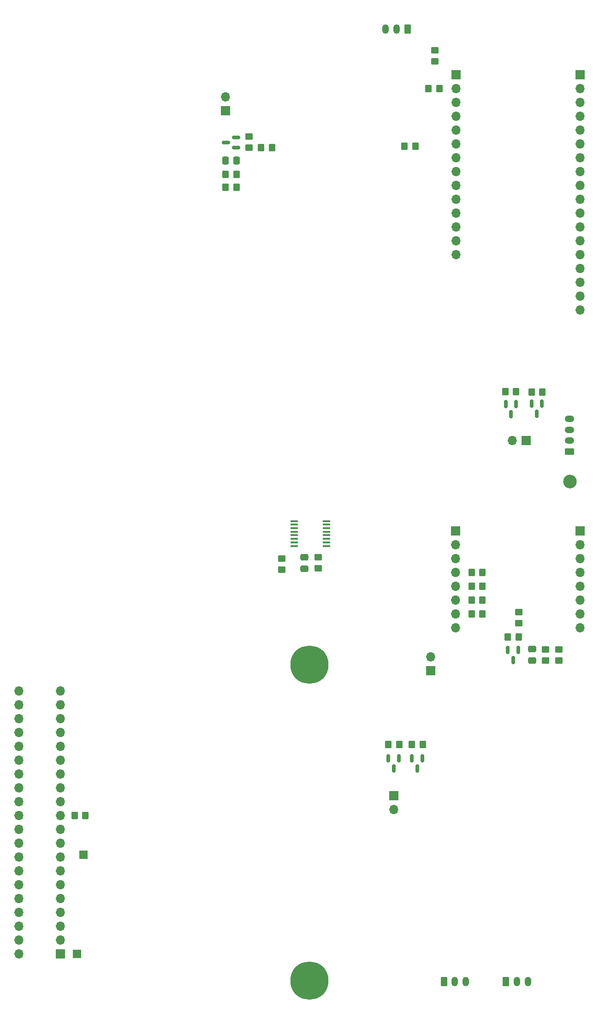
<source format=gbr>
%TF.GenerationSoftware,KiCad,Pcbnew,7.0.1*%
%TF.CreationDate,2023-12-13T20:39:25+01:00*%
%TF.ProjectId,big_pcb,6269675f-7063-4622-9e6b-696361645f70,rev?*%
%TF.SameCoordinates,Original*%
%TF.FileFunction,Soldermask,Top*%
%TF.FilePolarity,Negative*%
%FSLAX46Y46*%
G04 Gerber Fmt 4.6, Leading zero omitted, Abs format (unit mm)*
G04 Created by KiCad (PCBNEW 7.0.1) date 2023-12-13 20:39:25*
%MOMM*%
%LPD*%
G01*
G04 APERTURE LIST*
G04 Aperture macros list*
%AMRoundRect*
0 Rectangle with rounded corners*
0 $1 Rounding radius*
0 $2 $3 $4 $5 $6 $7 $8 $9 X,Y pos of 4 corners*
0 Add a 4 corners polygon primitive as box body*
4,1,4,$2,$3,$4,$5,$6,$7,$8,$9,$2,$3,0*
0 Add four circle primitives for the rounded corners*
1,1,$1+$1,$2,$3*
1,1,$1+$1,$4,$5*
1,1,$1+$1,$6,$7*
1,1,$1+$1,$8,$9*
0 Add four rect primitives between the rounded corners*
20,1,$1+$1,$2,$3,$4,$5,0*
20,1,$1+$1,$4,$5,$6,$7,0*
20,1,$1+$1,$6,$7,$8,$9,0*
20,1,$1+$1,$8,$9,$2,$3,0*%
G04 Aperture macros list end*
%ADD10RoundRect,0.250000X-0.337500X-0.475000X0.337500X-0.475000X0.337500X0.475000X-0.337500X0.475000X0*%
%ADD11RoundRect,0.250000X-0.350000X-0.450000X0.350000X-0.450000X0.350000X0.450000X-0.350000X0.450000X0*%
%ADD12RoundRect,0.150000X-0.150000X0.587500X-0.150000X-0.587500X0.150000X-0.587500X0.150000X0.587500X0*%
%ADD13RoundRect,0.250000X-0.450000X0.350000X-0.450000X-0.350000X0.450000X-0.350000X0.450000X0.350000X0*%
%ADD14RoundRect,0.250000X0.450000X-0.350000X0.450000X0.350000X-0.450000X0.350000X-0.450000X-0.350000X0*%
%ADD15R,1.700000X1.700000*%
%ADD16O,1.700000X1.700000*%
%ADD17RoundRect,0.250000X0.350000X0.625000X-0.350000X0.625000X-0.350000X-0.625000X0.350000X-0.625000X0*%
%ADD18O,1.200000X1.750000*%
%ADD19RoundRect,0.250000X0.475000X-0.337500X0.475000X0.337500X-0.475000X0.337500X-0.475000X-0.337500X0*%
%ADD20RoundRect,0.150000X0.587500X0.150000X-0.587500X0.150000X-0.587500X-0.150000X0.587500X-0.150000X0*%
%ADD21C,7.000000*%
%ADD22RoundRect,0.250000X0.350000X0.450000X-0.350000X0.450000X-0.350000X-0.450000X0.350000X-0.450000X0*%
%ADD23R,1.500000X1.500000*%
%ADD24R,1.475000X0.450000*%
%ADD25RoundRect,0.250000X0.625000X-0.350000X0.625000X0.350000X-0.625000X0.350000X-0.625000X-0.350000X0*%
%ADD26O,1.750000X1.200000*%
%ADD27RoundRect,0.250000X-0.350000X-0.625000X0.350000X-0.625000X0.350000X0.625000X-0.350000X0.625000X0*%
%ADD28RoundRect,0.250000X-0.475000X0.337500X-0.475000X-0.337500X0.475000X-0.337500X0.475000X0.337500X0*%
%ADD29C,2.500000*%
G04 APERTURE END LIST*
D10*
%TO.C,C2*%
X186412500Y-80290000D03*
X188487500Y-80290000D03*
%TD*%
D11*
%TO.C,R16*%
X186450000Y-85220000D03*
X188450000Y-85220000D03*
%TD*%
D12*
%TO.C,Q2*%
X218270000Y-190020000D03*
X216370000Y-190020000D03*
X217320000Y-191895000D03*
%TD*%
D11*
%TO.C,R11*%
X231640000Y-163520000D03*
X233640000Y-163520000D03*
%TD*%
D13*
%TO.C,R14*%
X190762500Y-75890000D03*
X190762500Y-77890000D03*
%TD*%
D14*
%TO.C,R12*%
X203440000Y-155110000D03*
X203440000Y-153110000D03*
%TD*%
D15*
%TO.C,JP2*%
X224120000Y-173900000D03*
D16*
X224120000Y-171360000D03*
%TD*%
D17*
%TO.C,J10*%
X219860000Y-56130000D03*
D18*
X217860000Y-56130000D03*
X215860000Y-56130000D03*
%TD*%
D19*
%TO.C,C1*%
X242770000Y-172047500D03*
X242770000Y-169972500D03*
%TD*%
D20*
%TO.C,Q4*%
X188387500Y-77940000D03*
X188387500Y-76040000D03*
X186512500Y-76990000D03*
%TD*%
D21*
%TO.C,H2*%
X201840000Y-230790000D03*
%TD*%
%TO.C,H4*%
X201840000Y-172790000D03*
%TD*%
D11*
%TO.C,R2*%
X216340000Y-187450000D03*
X218340000Y-187450000D03*
%TD*%
D22*
%TO.C,R18*%
X225720000Y-67040000D03*
X223720000Y-67040000D03*
%TD*%
D23*
%TO.C,TP2*%
X160370000Y-207670000D03*
%TD*%
D22*
%TO.C,R1*%
X222680000Y-187460000D03*
X220680000Y-187460000D03*
%TD*%
D24*
%TO.C,U1*%
X204976000Y-151010000D03*
X204976000Y-150360000D03*
X204976000Y-149710000D03*
X204976000Y-149060000D03*
X204976000Y-148410000D03*
X204976000Y-147760000D03*
X204976000Y-147110000D03*
X204976000Y-146460000D03*
X199100000Y-146460000D03*
X199100000Y-147110000D03*
X199100000Y-147760000D03*
X199100000Y-148410000D03*
X199100000Y-149060000D03*
X199100000Y-149710000D03*
X199100000Y-150360000D03*
X199100000Y-151010000D03*
%TD*%
D15*
%TO.C,JP3*%
X186477500Y-71140000D03*
D16*
X186477500Y-68600000D03*
%TD*%
D15*
%TO.C,J4*%
X228710000Y-148250000D03*
D16*
X228710000Y-150790000D03*
X228710000Y-153330000D03*
X228710000Y-155870000D03*
X228710000Y-158410000D03*
X228710000Y-160950000D03*
X228710000Y-163490000D03*
X228710000Y-166030000D03*
%TD*%
D15*
%TO.C,J1*%
X228800000Y-64530000D03*
D16*
X228800000Y-67070000D03*
X228800000Y-69610000D03*
X228800000Y-72150000D03*
X228800000Y-74690000D03*
X228800000Y-77230000D03*
X228800000Y-79770000D03*
X228800000Y-82310000D03*
X228800000Y-84850000D03*
X228800000Y-87390000D03*
X228800000Y-89930000D03*
X228800000Y-92470000D03*
X228800000Y-95010000D03*
X228800000Y-97550000D03*
%TD*%
D25*
%TO.C,J6*%
X249650000Y-133690000D03*
D26*
X249650000Y-131690000D03*
X249650000Y-129690000D03*
X249650000Y-127690000D03*
%TD*%
D14*
%TO.C,R3*%
X196770000Y-155380000D03*
X196770000Y-153380000D03*
%TD*%
D12*
%TO.C,Q6*%
X239810000Y-124935000D03*
X237910000Y-124935000D03*
X238860000Y-126810000D03*
%TD*%
D27*
%TO.C,J9*%
X237960000Y-231000000D03*
D18*
X239960000Y-231000000D03*
X241960000Y-231000000D03*
%TD*%
D11*
%TO.C,R6*%
X238280000Y-167730000D03*
X240280000Y-167730000D03*
%TD*%
D22*
%TO.C,R13*%
X195002500Y-77870000D03*
X193002500Y-77870000D03*
%TD*%
D14*
%TO.C,R17*%
X224900000Y-62040000D03*
X224900000Y-60040000D03*
%TD*%
D11*
%TO.C,R9*%
X231640000Y-160960000D03*
X233640000Y-160960000D03*
%TD*%
D28*
%TO.C,C3*%
X200960000Y-153102500D03*
X200960000Y-155177500D03*
%TD*%
D12*
%TO.C,Q3*%
X222600000Y-190025000D03*
X220700000Y-190025000D03*
X221650000Y-191900000D03*
%TD*%
%TO.C,Q1*%
X240210000Y-170060000D03*
X238310000Y-170060000D03*
X239260000Y-171935000D03*
%TD*%
D11*
%TO.C,R8*%
X231640000Y-158400000D03*
X233640000Y-158400000D03*
%TD*%
D23*
%TO.C,TP1*%
X159180000Y-225930000D03*
%TD*%
D15*
%TO.C,JP8*%
X241660000Y-131660000D03*
D16*
X239120000Y-131660000D03*
%TD*%
D22*
%TO.C,R20*%
X221300000Y-77610000D03*
X219300000Y-77610000D03*
%TD*%
D11*
%TO.C,R7*%
X231640000Y-155900000D03*
X233640000Y-155900000D03*
%TD*%
D15*
%TO.C,J2*%
X251580000Y-64520000D03*
D16*
X251580000Y-67060000D03*
X251580000Y-69600000D03*
X251580000Y-72140000D03*
X251580000Y-74680000D03*
X251580000Y-77220000D03*
X251580000Y-79760000D03*
X251580000Y-82300000D03*
X251580000Y-84840000D03*
X251580000Y-87380000D03*
X251580000Y-89920000D03*
X251580000Y-92460000D03*
X251580000Y-95000000D03*
X251580000Y-97540000D03*
X251580000Y-100080000D03*
X251580000Y-102620000D03*
X251580000Y-105160000D03*
X251580000Y-107700000D03*
%TD*%
D12*
%TO.C,Q5*%
X244540000Y-124890000D03*
X242640000Y-124890000D03*
X243590000Y-126765000D03*
%TD*%
D27*
%TO.C,J8*%
X226560000Y-231000000D03*
D18*
X228560000Y-231000000D03*
X230560000Y-231000000D03*
%TD*%
D14*
%TO.C,R10*%
X247700000Y-172010000D03*
X247700000Y-170010000D03*
%TD*%
D13*
%TO.C,R4*%
X240280000Y-163160000D03*
X240280000Y-165160000D03*
%TD*%
D11*
%TO.C,R15*%
X186450000Y-82770000D03*
X188450000Y-82770000D03*
%TD*%
D15*
%TO.C,JP1*%
X217350000Y-196840000D03*
D16*
X217350000Y-199380000D03*
%TD*%
D11*
%TO.C,R37*%
X242630000Y-122750000D03*
X244630000Y-122750000D03*
%TD*%
D29*
%TO.C,TP4*%
X249680000Y-139220000D03*
%TD*%
D14*
%TO.C,R5*%
X245250000Y-172010000D03*
X245250000Y-170010000D03*
%TD*%
D11*
%TO.C,R38*%
X237820000Y-122720000D03*
X239820000Y-122720000D03*
%TD*%
D15*
%TO.C,J5*%
X251570000Y-148250000D03*
D16*
X251570000Y-150790000D03*
X251570000Y-153330000D03*
X251570000Y-155870000D03*
X251570000Y-158410000D03*
X251570000Y-160950000D03*
X251570000Y-163490000D03*
X251570000Y-166030000D03*
%TD*%
D22*
%TO.C,R19*%
X160750000Y-200500000D03*
X158750000Y-200500000D03*
%TD*%
D15*
%TO.C,J3*%
X156140000Y-225890000D03*
D16*
X148520000Y-225890000D03*
X156140000Y-223350000D03*
X148520000Y-223350000D03*
X156140000Y-220810000D03*
X148520000Y-220810000D03*
X156140000Y-218270000D03*
X148520000Y-218270000D03*
X156140000Y-215730000D03*
X148520000Y-215730000D03*
X156140000Y-213190000D03*
X148520000Y-213190000D03*
X156140000Y-210650000D03*
X148520000Y-210650000D03*
X156140000Y-208110000D03*
X148520000Y-208110000D03*
X156140000Y-205570000D03*
X148520000Y-205570000D03*
X156140000Y-203030000D03*
X148520000Y-203030000D03*
X156140000Y-200490000D03*
X148520000Y-200490000D03*
X156140000Y-197950000D03*
X148520000Y-197950000D03*
X156140000Y-195410000D03*
X148520000Y-195410000D03*
X156140000Y-192870000D03*
X148520000Y-192870000D03*
X156140000Y-190330000D03*
X148520000Y-190330000D03*
X156140000Y-187790000D03*
X148520000Y-187790000D03*
X156140000Y-185250000D03*
X148520000Y-185250000D03*
X156140000Y-182710000D03*
X148520000Y-182710000D03*
X156140000Y-180170000D03*
X148520000Y-180170000D03*
X156140000Y-177630000D03*
X148520000Y-177630000D03*
%TD*%
M02*

</source>
